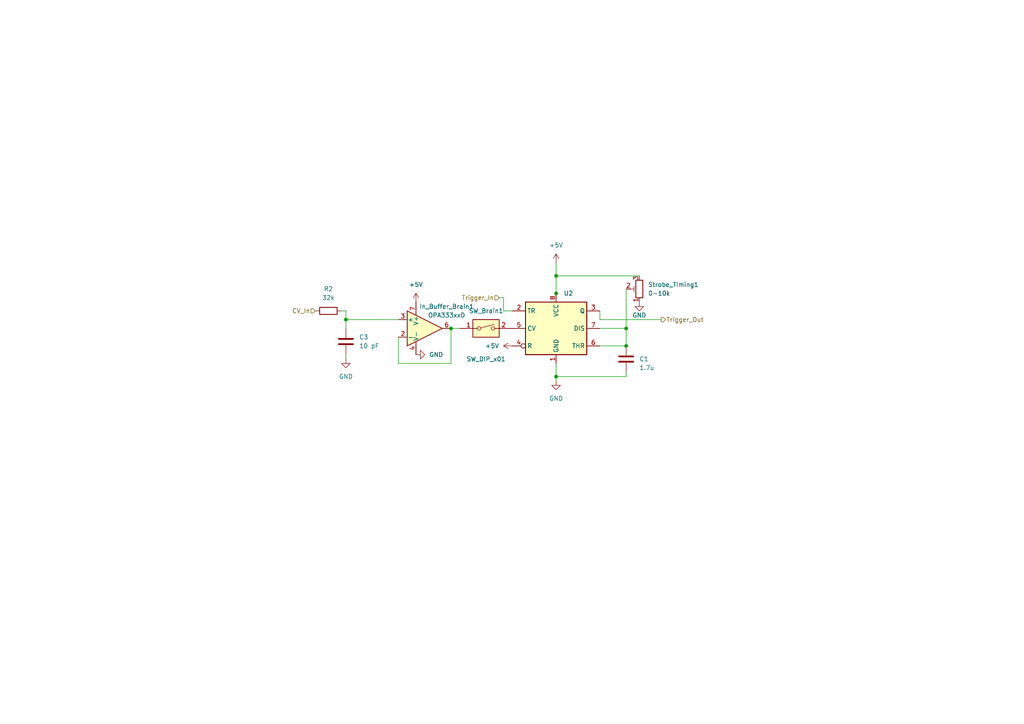
<source format=kicad_sch>
(kicad_sch (version 20230121) (generator eeschema)
  (paper "A4")
  (lib_symbols
    (symbol "Amplifier_Operational:OPA333xxD" (pin_names (offset 0.127))
      (property "Reference" "U" (at 0 6.35 0))
      (property "Value" "OPA333xxD" (at 0 3.81 0))
      (symbol "OPA333xxD_0_1"
        (polyline (pts (xy -5.08 5.08) (xy 5.08 0) (xy -5.08 -5.08) (xy -5.08 5.08)) (stroke (width 0.254)) (fill (type background)))
      )
      (symbol "OPA333xxD_1_1"
        (pin no_connect line (at -2.54 2.54 270) (length 2.54) hide (name "NC") (number "1"))
        (pin input line (at -7.62 -2.54 0) (length 2.54) (name "-") (number "2"))
        (pin input line (at -7.62 2.54 0) (length 2.54) (name "+") (number "3"))
        (pin power_in line (at -2.54 -7.62 90) (length 3.81) (name "V-") (number "4"))
        (pin no_connect line (at 0 2.54 270) (length 2.54) hide (name "NC") (number "5"))
        (pin output line (at 7.62 0 180) (length 2.54) (name "~") (number "6"))
        (pin power_in line (at -2.54 7.62 270) (length 3.81) (name "V+") (number "7"))
        (pin no_connect line (at 0 -2.54 90) (length 2.54) hide (name "NC") (number "8"))
      )
    )
    (symbol "Device:C" (pin_numbers hide) (pin_names (offset 0.254))
      (property "Reference" "C" (at 0.635 2.54 0))
      (property "Value" "C" (at 0.635 -2.54 0))
      (symbol "C_0_1"
        (polyline (pts (xy -2.032 -0.762) (xy 2.032 -0.762)) (stroke (width 0.508)))
        (polyline (pts (xy -2.032 0.762) (xy 2.032 0.762)) (stroke (width 0.508)))
      )
      (symbol "C_1_1"
        (pin passive line (at 0 3.81 270) (length 2.794) (name "~") (number "1"))
        (pin passive line (at 0 -3.81 90) (length 2.794) (name "~") (number "2"))
      )
    )
    (symbol "Device:R" (pin_numbers hide) (pin_names (offset 0))
      (property "Reference" "R" (at 2.032 0 90))
      (property "Value" "R" (at 0 0 90))
      (symbol "R_0_1"
        (rectangle (start -1.016 -2.54) (end 1.016 2.54) (stroke (width 0.254)))
      )
      (symbol "R_1_1"
        (pin passive line (at 0 3.81 270) (length 1.27) (name "~") (number "1"))
        (pin passive line (at 0 -3.81 90) (length 1.27) (name "~") (number "2"))
      )
    )
    (symbol "Device:R_Potentiometer_Trim" (pin_names (offset 1.016) hide)
      (property "Reference" "RV" (at -4.445 0 90))
      (property "Value" "R_Potentiometer_Trim" (at -2.54 0 90))
      (symbol "R_Potentiometer_Trim_0_1"
        (polyline (pts (xy 1.524 0.762) (xy 1.524 -0.762)))
        (polyline (pts (xy 2.54 0) (xy 1.524 0)))
        (rectangle (start 1.016 2.54) (end -1.016 -2.54) (stroke (width 0.254)))
      )
      (symbol "R_Potentiometer_Trim_1_1"
        (pin passive line (at 0 3.81 270) (length 1.27) (name "1") (number "1"))
        (pin passive line (at 3.81 0 180) (length 1.27) (name "2") (number "2"))
        (pin passive line (at 0 -3.81 90) (length 1.27) (name "3") (number "3"))
      )
    )
    (symbol "Switch:SW_DIP_x01" (pin_names (offset 0) hide)
      (property "Reference" "SW" (at 0 3.81 0))
      (property "Value" "SW_DIP_x01" (at 0 -3.81 0))
      (symbol "SW_DIP_x01_0_0"
        (circle (center -2.032 0) (radius 0.508))
        (polyline (pts (xy -1.524 0.127) (xy 2.3622 1.1684)))
        (circle (center 2.032 0) (radius 0.508))
      )
      (symbol "SW_DIP_x01_0_1"
        (rectangle (start -3.81 2.54) (end 3.81 -2.54) (stroke (width 0.254)) (fill (type background)))
      )
      (symbol "SW_DIP_x01_1_1"
        (pin passive line (at -7.62 0 0) (length 5.08) (name "~") (number "1"))
        (pin passive line (at 7.62 0 180) (length 5.08) (name "~") (number "2"))
      )
    )
    (symbol "Timer:TLC555xD"
      (property "Reference" "U" (at -10.16 8.89 0))
      (property "Value" "TLC555xD" (at 2.54 8.89 0))
      (symbol "TLC555xD_0_0"
        (pin power_in line (at 0 -10.16 90) (length 2.54) (name "GND") (number "1"))
        (pin power_in line (at 0 10.16 270) (length 2.54) (name "VCC") (number "8"))
      )
      (symbol "TLC555xD_0_1"
        (rectangle (start -8.89 -7.62) (end 8.89 7.62) (stroke (width 0.254)) (fill (type background)))
        (rectangle (start -8.89 -7.62) (end 8.89 7.62) (stroke (width 0.254)) (fill (type background)))
      )
      (symbol "TLC555xD_1_1"
        (pin input line (at -12.7 5.08 0) (length 3.81) (name "TR") (number "2"))
        (pin output line (at 12.7 5.08 180) (length 3.81) (name "Q") (number "3"))
        (pin input inverted (at -12.7 -5.08 0) (length 3.81) (name "R") (number "4"))
        (pin input line (at -12.7 0 0) (length 3.81) (name "CV") (number "5"))
        (pin input line (at 12.7 -5.08 180) (length 3.81) (name "THR") (number "6"))
        (pin input line (at 12.7 0 180) (length 3.81) (name "DIS") (number "7"))
      )
    )
    (symbol "power:+5V" (power) (pin_names (offset 0))
      (property "Value" "+5V" (at 0 3.556 0))
      (symbol "+5V_0_1"
        (polyline (pts (xy -0.762 1.27) (xy 0 2.54)))
        (polyline (pts (xy 0 0) (xy 0 2.54)))
        (polyline (pts (xy 0 2.54) (xy 0.762 1.27)))
      )
      (symbol "+5V_1_1"
        (pin power_in line (at 0 0 90) (length 0) hide (name "+5V") (number "1"))
      )
    )
    (symbol "power:GND" (power) (pin_names (offset 0))
      (property "Value" "GND" (at 0 -3.81 0))
      (symbol "GND_0_1"
        (polyline (pts (xy 0 0) (xy 0 -1.27) (xy 1.27 -1.27) (xy 0 -2.54) (xy -1.27 -1.27) (xy 0 -1.27)))
      )
      (symbol "GND_1_1"
        (pin power_in line (at 0 0 270) (length 0) hide (name "GND") (number "1"))
      )
    )
  )
  (junction (at 130.81 95.25))
  (junction (at 181.61 100.33))
  (junction (at 161.29 85.09))
  (junction (at 161.29 109.22))
  (junction (at 181.61 95.25))
  (junction (at 161.29 80.01))
  (junction (at 100.33 92.71))
  (wire (pts (xy 161.29 109.22) (xy 181.61 109.22)))
  (wire (pts (xy 181.61 83.82) (xy 181.61 95.25)))
  (wire (pts (xy 161.29 80.01) (xy 185.42 80.01)))
  (wire (pts (xy 146.05 86.36) (xy 146.05 90.17)))
  (wire (pts (xy 161.29 85.09) (xy 161.29 86.36)))
  (wire (pts (xy 100.33 95.25) (xy 100.33 92.71)))
  (wire (pts (xy 133.35 95.25) (xy 130.81 95.25)))
  (wire (pts (xy 100.33 92.71) (xy 100.33 90.17)))
  (wire (pts (xy 173.99 92.71) (xy 191.77 92.71)))
  (wire (pts (xy 100.33 102.87) (xy 100.33 104.14)))
  (wire (pts (xy 115.57 105.41) (xy 130.81 105.41)))
  (wire (pts (xy 146.05 90.17) (xy 148.59 90.17)))
  (wire (pts (xy 161.29 105.41) (xy 161.29 109.22)))
  (wire (pts (xy 100.33 92.71) (xy 115.57 92.71)))
  (wire (pts (xy 161.29 109.22) (xy 161.29 110.49)))
  (wire (pts (xy 161.29 80.01) (xy 161.29 85.09)))
  (wire (pts (xy 130.81 95.25) (xy 130.81 105.41)))
  (wire (pts (xy 115.57 97.79) (xy 115.57 105.41)))
  (wire (pts (xy 181.61 100.33) (xy 173.99 100.33)))
  (wire (pts (xy 144.78 86.36) (xy 146.05 86.36)))
  (wire (pts (xy 181.61 107.95) (xy 181.61 109.22)))
  (wire (pts (xy 181.61 95.25) (xy 181.61 100.33)))
  (wire (pts (xy 173.99 95.25) (xy 181.61 95.25)))
  (wire (pts (xy 161.29 76.2) (xy 161.29 80.01)))
  (wire (pts (xy 99.06 90.17) (xy 100.33 90.17)))
  (wire (pts (xy 173.99 92.71) (xy 173.99 90.17)))
  (hierarchical_label "Trigger_In" (shape input) (at 144.78 86.36 180))
  (hierarchical_label "Trigger_Out" (shape output) (at 191.77 92.71 0))
  (hierarchical_label "CV_In" (shape input) (at 91.44 90.17 180))
  (symbol (lib_id "Device:R_Potentiometer_Trim") (at 185.42 83.82 180) (unit 1)
    (property "Reference" "Strobe_Timing1" (at 187.96 82.55 0) (effects (justify right)))
    (property "Value" "0-10k" (at 187.96 85.09 0) (effects (justify right)))
    (property "Footprint" "Potentiometer_SMD:Potentiometer_ACP_CA9-VSMD_Vertical" (effects hide))
    (instances (project "555Trigger" (path "" (reference "Strobe_Timing1") (unit 1)) (path "" (reference "Brain_Timing1") (unit 1)) (path "" (reference "Behav_Timing1") (unit 1))))
  )
  (symbol (lib_id "power:GND") (at 185.42 87.63 0) (unit 1)
    (property "Reference" "#PWR029" (effects hide))
    (property "Value" "GND" (at 185.42 91.44 0))
    (instances (project "555Trigger" (path "" (reference "#PWR029") (unit 1)) (path "" (reference "#PWR027") (unit 1)) (path "" (reference "#PWR028") (unit 1))))
  )
  (symbol (lib_id "power:+5V") (at 120.65 87.63 0) (unit 1)
    (property "Reference" "#PWR01" (effects hide))
    (property "Value" "+5V" (at 120.65 82.55 0))
    (instances (project "555Trigger" (path "" (reference "#PWR01") (unit 1)) (path "" (reference "#PWR03") (unit 1)) (path "" (reference "#PWR05") (unit 1))))
  )
  (symbol (lib_id "Device:C") (at 100.33 99.06 0) (unit 1)
    (property "Reference" "C3" (at 104.14 97.79 0) (effects (justify left)))
    (property "Value" "10 pF" (at 104.14 100.33 0) (effects (justify left)))
    (property "Footprint" "Capacitor_SMD:C_0603_1608Metric_Pad1.08x0.95mm_HandSolder" (effects hide))
    (instances (project "555Trigger" (path "" (reference "C3") (unit 1)) (path "" (reference "Brain_Filter_C1") (unit 1)) (path "" (reference "Behav_Filter_C1") (unit 1)) (path "" (reference "Strobe_Filter_C1") (unit 1))))
  )
  (symbol (lib_id "power:GND") (at 100.33 104.14 0) (unit 1)
    (property "Reference" "#PWR03" (effects hide))
    (property "Value" "GND" (at 100.33 109.22 0))
    (instances (project "555Trigger" (path "" (reference "#PWR03") (unit 1)) (path "" (reference "#PWR07") (unit 1)) (path "" (reference "#PWR02") (unit 1)) (path "" (reference "#PWR016") (unit 1))))
  )
  (symbol (lib_id "power:+5V") (at 148.59 100.33 90) (unit 1)
    (property "Reference" "#PWR010" (effects hide))
    (property "Value" "+5V" (at 144.78 100.33 90) (effects (justify left)))
    (instances (project "555Trigger" (path "" (reference "#PWR010") (unit 1)) (path "" (reference "#PWR011") (unit 1)) (path "" (reference "#PWR04") (unit 1)) (path "" (reference "#PWR018") (unit 1))))
  )
  (symbol (lib_id "Timer:TLC555xD") (at 161.29 95.25 0) (unit 1)
    (property "Reference" "U2" (at 163.4841 85.09 0) (effects (justify left)))
    (property "Value" "TLC555xD" (effects hide))
    (property "Footprint" "Package_SO:SOIC-8_3.9x4.9mm_P1.27mm" (effects hide))
    (property "Datasheet" "http://www.ti.com/lit/ds/symlink/tlc555.pdf" (effects hide))
    (instances (project "555Trigger" (path "" (reference "U2") (unit 1)) (path "" (reference "Brain_555") (unit 1)) (path "" (reference "Behav_555") (unit 1)) (path "" (reference "Strobe_555") (unit 1))))
  )
  (symbol (lib_id "Switch:SW_DIP_x01") (at 140.97 95.25 0) (unit 1)
    (property "Reference" "SW_Brain1" (at 140.97 90.17 0))
    (property "Value" "SW_DIP_x01" (at 140.97 104.14 0))
    (property "Footprint" "Button_Switch_SMD:SW_DIP_SPSTx01_Slide_9.78x4.72mm_W8.61mm_P2.54mm" (effects hide))
    (instances (project "555Trigger" (path "" (reference "SW_Brain1") (unit 1)) (path "" (reference "SW_Behav1") (unit 1)) (path "" (reference "SW_Strobe1") (unit 1))))
  )
  (symbol (lib_id "Amplifier_Operational:OPA333xxD") (at 123.19 95.25 0) (unit 1)
    (property "Reference" "In_Buffer_Brain1" (at 129.54 88.9 0))
    (property "Value" "OPA333xxD" (at 129.54 91.44 0))
    (property "Footprint" "Package_SO:SOIC-8_3.9x4.9mm_P1.27mm" (effects hide))
    (property "Datasheet" "http://www.ti.com/lit/ds/symlink/opa333.pdf" (effects hide))
    (instances (project "555Trigger" (path "" (reference "In_Buffer_Brain1") (unit 1)) (path "" (reference "In_Buffer_Behav1") (unit 1)) (path "" (reference "In_Buffer_Strobe1") (unit 1))))
  )
  (symbol (lib_id "power:GND") (at 161.29 110.49 0) (unit 1)
    (property "Reference" "#PWR02" (effects hide))
    (property "Value" "GND" (at 161.29 115.57 0))
    (instances (project "555Trigger" (path "" (reference "#PWR02") (unit 1)) (path "" (reference "#PWR013") (unit 1)) (path "" (reference "#PWR09") (unit 1)) (path "" (reference "#PWR020") (unit 1))))
  )
  (symbol (lib_id "power:+5V") (at 161.29 76.2 0) (unit 1)
    (property "Reference" "#PWR01" (effects hide))
    (property "Value" "+5V" (at 161.29 71.12 0))
    (instances (project "555Trigger" (path "" (reference "#PWR01") (unit 1)) (path "" (reference "#PWR012") (unit 1)) (path "" (reference "#PWR06") (unit 1)) (path "" (reference "#PWR019") (unit 1))))
  )
  (symbol (lib_id "Device:R") (at 95.25 90.17 90) (unit 1)
    (property "Reference" "R2" (at 95.25 83.82 90))
    (property "Value" "32k" (at 95.25 86.36 90))
    (property "Footprint" "Resistor_SMD:R_0805_2012Metric_Pad1.20x1.40mm_HandSolder" (effects hide))
    (instances (project "555Trigger" (path "" (reference "R2") (unit 1)) (path "" (reference "Brain_Filter_R1") (unit 1)) (path "" (reference "Behav_Filter_R1") (unit 1)) (path "" (reference "Strobe_Filter_R1") (unit 1))))
  )
  (symbol (lib_id "Device:C") (at 181.61 104.14 0) (unit 1)
    (property "Reference" "C1" (at 185.42 104.14 0) (effects (justify left)))
    (property "Value" "1.7u" (at 185.42 106.68 0) (effects (justify left)))
    (property "Footprint" "Capacitor_SMD:C_1206_3216Metric_Pad1.33x1.80mm_HandSolder" (effects hide))
    (instances (project "555Trigger" (path "" (reference "C1") (unit 1)) (path "" (reference "Brain_Timing_C1") (unit 1)) (path "" (reference "Behav_Timing_C1") (unit 1)) (path "" (reference "Strobe_Timing_C1") (unit 1))))
  )
  (symbol (lib_id "power:GND") (at 120.65 102.87 90) (unit 1)
    (property "Reference" "#PWR08" (effects hide))
    (property "Value" "GND" (at 124.46 102.87 90) (effects (justify right)))
    (instances (project "555Trigger" (path "" (reference "#PWR08") (unit 1)) (path "" (reference "#PWR015") (unit 1)) (path "" (reference "#PWR017") (unit 1))))
  )
)
</source>
